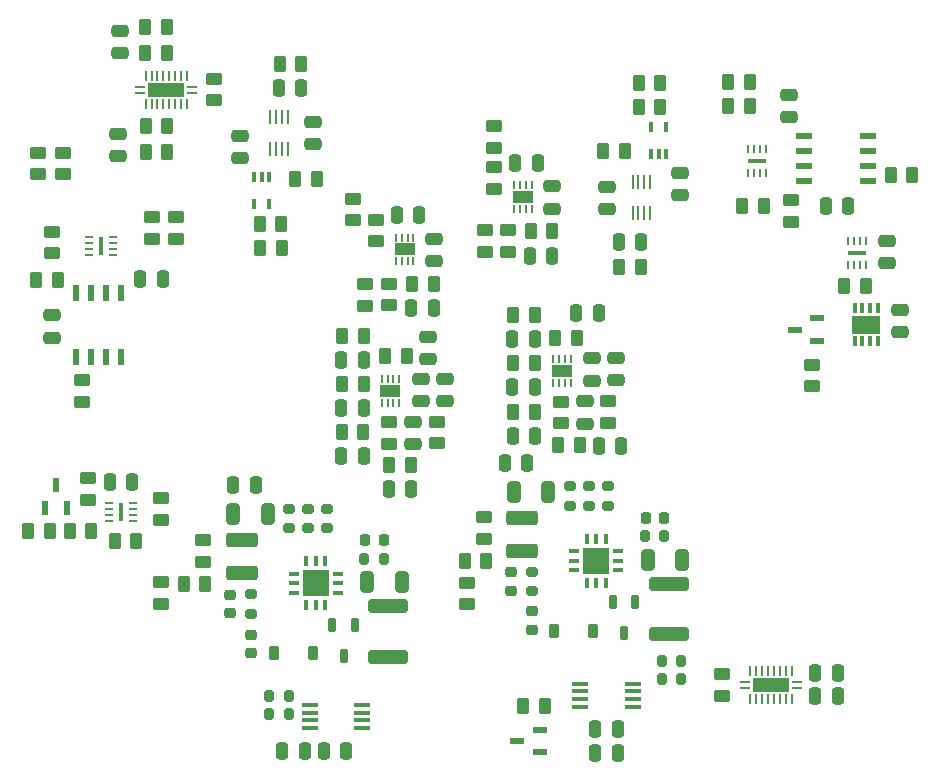
<source format=gbr>
%TF.GenerationSoftware,KiCad,Pcbnew,7.0.11*%
%TF.CreationDate,2024-12-11T15:28:39-03:00*%
%TF.ProjectId,Placa_DetectorParticulas,506c6163-615f-4446-9574-6563746f7250,rev?*%
%TF.SameCoordinates,Original*%
%TF.FileFunction,Paste,Bot*%
%TF.FilePolarity,Positive*%
%FSLAX46Y46*%
G04 Gerber Fmt 4.6, Leading zero omitted, Abs format (unit mm)*
G04 Created by KiCad (PCBNEW 7.0.11) date 2024-12-11 15:28:39*
%MOMM*%
%LPD*%
G01*
G04 APERTURE LIST*
G04 Aperture macros list*
%AMRoundRect*
0 Rectangle with rounded corners*
0 $1 Rounding radius*
0 $2 $3 $4 $5 $6 $7 $8 $9 X,Y pos of 4 corners*
0 Add a 4 corners polygon primitive as box body*
4,1,4,$2,$3,$4,$5,$6,$7,$8,$9,$2,$3,0*
0 Add four circle primitives for the rounded corners*
1,1,$1+$1,$2,$3*
1,1,$1+$1,$4,$5*
1,1,$1+$1,$6,$7*
1,1,$1+$1,$8,$9*
0 Add four rect primitives between the rounded corners*
20,1,$1+$1,$2,$3,$4,$5,0*
20,1,$1+$1,$4,$5,$6,$7,0*
20,1,$1+$1,$6,$7,$8,$9,0*
20,1,$1+$1,$8,$9,$2,$3,0*%
G04 Aperture macros list end*
%ADD10RoundRect,0.162500X-0.162500X0.447500X-0.162500X-0.447500X0.162500X-0.447500X0.162500X0.447500X0*%
%ADD11RoundRect,0.250000X-0.262500X-0.450000X0.262500X-0.450000X0.262500X0.450000X-0.262500X0.450000X0*%
%ADD12RoundRect,0.200000X-0.275000X0.200000X-0.275000X-0.200000X0.275000X-0.200000X0.275000X0.200000X0*%
%ADD13RoundRect,0.250000X0.450000X-0.262500X0.450000X0.262500X-0.450000X0.262500X-0.450000X-0.262500X0*%
%ADD14R,1.327899X0.431000*%
%ADD15RoundRect,0.250000X-0.325000X-0.650000X0.325000X-0.650000X0.325000X0.650000X-0.325000X0.650000X0*%
%ADD16RoundRect,0.250000X-0.475000X0.250000X-0.475000X-0.250000X0.475000X-0.250000X0.475000X0.250000X0*%
%ADD17RoundRect,0.250000X0.262500X0.450000X-0.262500X0.450000X-0.262500X-0.450000X0.262500X-0.450000X0*%
%ADD18RoundRect,0.250000X-0.450000X0.262500X-0.450000X-0.262500X0.450000X-0.262500X0.450000X0.262500X0*%
%ADD19RoundRect,0.250000X-0.250000X-0.475000X0.250000X-0.475000X0.250000X0.475000X-0.250000X0.475000X0*%
%ADD20RoundRect,0.225000X-0.225000X-0.375000X0.225000X-0.375000X0.225000X0.375000X-0.225000X0.375000X0*%
%ADD21RoundRect,0.225000X-0.225000X-0.250000X0.225000X-0.250000X0.225000X0.250000X-0.225000X0.250000X0*%
%ADD22RoundRect,0.250000X0.250000X0.475000X-0.250000X0.475000X-0.250000X-0.475000X0.250000X-0.475000X0*%
%ADD23R,1.311200X0.560800*%
%ADD24RoundRect,0.250000X1.075000X-0.375000X1.075000X0.375000X-1.075000X0.375000X-1.075000X-0.375000X0*%
%ADD25R,0.807999X0.254800*%
%ADD26R,0.254800X0.807999*%
%ADD27R,3.149600X1.143000*%
%ADD28R,0.960399X0.305600*%
%ADD29R,0.305600X0.960399*%
%ADD30R,2.260600X2.260600*%
%ADD31R,0.254000X0.711200*%
%ADD32R,1.701800X0.990600*%
%ADD33R,0.304800X0.863600*%
%ADD34R,2.413000X1.600200*%
%ADD35RoundRect,0.225000X-0.250000X0.225000X-0.250000X-0.225000X0.250000X-0.225000X0.250000X0.225000X0*%
%ADD36R,0.304800X0.845299*%
%ADD37RoundRect,0.200000X0.275000X-0.200000X0.275000X0.200000X-0.275000X0.200000X-0.275000X-0.200000X0*%
%ADD38R,0.736600X0.254000*%
%ADD39R,0.457200X1.600200*%
%ADD40RoundRect,0.200000X-0.200000X-0.275000X0.200000X-0.275000X0.200000X0.275000X-0.200000X0.275000X0*%
%ADD41R,0.254000X0.660400*%
%ADD42R,0.279400X1.207999*%
%ADD43R,0.254000X0.736600*%
%ADD44R,1.600200X0.457200*%
%ADD45RoundRect,0.250000X0.325000X0.650000X-0.325000X0.650000X-0.325000X-0.650000X0.325000X-0.650000X0*%
%ADD46R,1.299999X0.570000*%
%ADD47RoundRect,0.250000X0.475000X-0.250000X0.475000X0.250000X-0.475000X0.250000X-0.475000X-0.250000X0*%
%ADD48RoundRect,0.250000X-1.450000X0.312500X-1.450000X-0.312500X1.450000X-0.312500X1.450000X0.312500X0*%
%ADD49R,0.558000X1.454899*%
%ADD50R,1.454899X0.558000*%
%ADD51RoundRect,0.200000X0.200000X0.275000X-0.200000X0.275000X-0.200000X-0.275000X0.200000X-0.275000X0*%
%ADD52R,0.570000X1.299999*%
G04 APERTURE END LIST*
%TO.C,U19*%
G36*
X115605300Y-131821500D02*
G01*
X114230500Y-131821500D01*
X114230500Y-130878500D01*
X115605300Y-130878500D01*
X115605300Y-131821500D01*
G37*
G36*
X117180100Y-131821500D02*
G01*
X115805300Y-131821500D01*
X115805300Y-130878500D01*
X117180100Y-130878500D01*
X117180100Y-131821500D01*
G37*
%TO.C,U18*%
G36*
X65999800Y-81471500D02*
G01*
X64625000Y-81471500D01*
X64625000Y-80528500D01*
X65999800Y-80528500D01*
X65999800Y-81471500D01*
G37*
G36*
X64425000Y-81471500D02*
G01*
X63050200Y-81471500D01*
X63050200Y-80528500D01*
X64425000Y-80528500D01*
X64425000Y-81471500D01*
G37*
%TD*%
D10*
%TO.C,Q2*%
X102325000Y-124355000D03*
X104225000Y-124355000D03*
X103275000Y-126975000D03*
%TD*%
D11*
%TO.C,R32*%
X121937498Y-97568000D03*
X123762498Y-97568000D03*
%TD*%
D12*
%TO.C,R43*%
X76525000Y-116425000D03*
X76525000Y-118075000D03*
%TD*%
D13*
%TO.C,R28*%
X93450000Y-94662500D03*
X93450000Y-92837500D03*
%TD*%
D14*
%TO.C,U26*%
X76650000Y-135000000D03*
X76650000Y-134350002D03*
X76650000Y-133700000D03*
X76650000Y-133050002D03*
X81076696Y-133050002D03*
X81076696Y-133700000D03*
X81076696Y-134350002D03*
X81076696Y-135000000D03*
%TD*%
D15*
%TO.C,C37*%
X93925000Y-114975000D03*
X96875000Y-114975000D03*
%TD*%
D16*
%TO.C,C19*%
X87150001Y-93571700D03*
X87150001Y-95471700D03*
%TD*%
D17*
%TO.C,R77*%
X96562500Y-133100000D03*
X94737500Y-133100000D03*
%TD*%
D18*
%TO.C,R57*%
X63314674Y-91759400D03*
X63314674Y-93584400D03*
%TD*%
D13*
%TO.C,R66*%
X92300000Y-85862500D03*
X92300000Y-84037500D03*
%TD*%
D19*
%TO.C,C55*%
X100850000Y-137100000D03*
X102750000Y-137100000D03*
%TD*%
D20*
%TO.C,D2*%
X97375000Y-126775000D03*
X100675000Y-126775000D03*
%TD*%
D13*
%TO.C,R61*%
X117375000Y-92112500D03*
X117375000Y-90287500D03*
%TD*%
D21*
%TO.C,C33*%
X105125000Y-117175000D03*
X106675000Y-117175000D03*
%TD*%
D22*
%TO.C,C7*%
X81250252Y-107868876D03*
X79350252Y-107868876D03*
%TD*%
D13*
%TO.C,R67*%
X80300000Y-92025000D03*
X80300000Y-90200000D03*
%TD*%
D16*
%TO.C,C52*%
X102600000Y-103650000D03*
X102600000Y-105550000D03*
%TD*%
D23*
%TO.C,U27*%
X96150000Y-135135002D03*
X96150000Y-137050000D03*
X94245000Y-136092501D03*
%TD*%
D11*
%TO.C,R16*%
X56325000Y-118350000D03*
X58150000Y-118350000D03*
%TD*%
%TO.C,R64*%
X79405252Y-101788876D03*
X81230252Y-101788876D03*
%TD*%
D16*
%TO.C,C22*%
X97171700Y-89121700D03*
X97171700Y-91021700D03*
%TD*%
D13*
%TO.C,R73*%
X55750000Y-88125000D03*
X55750000Y-86300000D03*
%TD*%
D19*
%TO.C,C39*%
X62314674Y-96959400D03*
X64214674Y-96959400D03*
%TD*%
D16*
%TO.C,C51*%
X88100252Y-105418876D03*
X88100252Y-107318876D03*
%TD*%
D18*
%TO.C,R52*%
X91450000Y-117150000D03*
X91450000Y-118975000D03*
%TD*%
D24*
%TO.C,L4*%
X94675000Y-119975000D03*
X94675000Y-117175000D03*
%TD*%
D11*
%TO.C,R23*%
X65987500Y-122800000D03*
X67812500Y-122800000D03*
%TD*%
D25*
%TO.C,U19*%
X117900000Y-131600000D03*
D26*
X117455299Y-132541400D03*
X116955300Y-132541400D03*
X116455301Y-132541400D03*
X115955300Y-132541400D03*
X115455300Y-132541400D03*
X114955299Y-132541400D03*
X114455300Y-132541400D03*
X113955301Y-132541400D03*
D25*
X113510600Y-131600000D03*
X113510600Y-131100000D03*
D26*
X113955301Y-130158600D03*
X114455300Y-130158600D03*
X114955299Y-130158600D03*
X115455300Y-130158600D03*
X115955300Y-130158600D03*
X116455301Y-130158600D03*
X116955300Y-130158600D03*
X117455299Y-130158600D03*
D25*
X117900000Y-131100000D03*
D27*
X115705300Y-131350000D03*
%TD*%
D16*
%TO.C,C46*%
X86700252Y-101868876D03*
X86700252Y-103768876D03*
%TD*%
D28*
%TO.C,U1*%
X75296000Y-123525000D03*
X75296000Y-122724999D03*
X75296000Y-121924998D03*
D29*
X76360499Y-120860499D03*
X77160500Y-120860499D03*
X77960501Y-120860499D03*
D28*
X79025000Y-121924998D03*
X79025000Y-122724999D03*
X79025000Y-123525000D03*
D29*
X77960501Y-124589499D03*
X77160500Y-124589499D03*
X76360499Y-124589499D03*
D30*
X77160500Y-122724999D03*
%TD*%
D16*
%TO.C,C27*%
X76950000Y-83646200D03*
X76950000Y-85546200D03*
%TD*%
%TO.C,C24*%
X126649998Y-99568000D03*
X126649998Y-101468000D03*
%TD*%
D31*
%TO.C,U2*%
X84250252Y-107475476D03*
X83750126Y-107475476D03*
X83250000Y-107475476D03*
X82749874Y-107475476D03*
X82749874Y-105468876D03*
X83250000Y-105468876D03*
X83750126Y-105468876D03*
X84250252Y-105468876D03*
D32*
X83500063Y-106472176D03*
%TD*%
D16*
%TO.C,C25*%
X125549998Y-93768000D03*
X125549998Y-95668000D03*
%TD*%
D11*
%TO.C,R40*%
X102850000Y-95978800D03*
X104675000Y-95978800D03*
%TD*%
D33*
%TO.C,U8*%
X124749998Y-102211200D03*
X124100000Y-102211200D03*
X123449998Y-102211200D03*
X122800000Y-102211200D03*
X122800000Y-99468000D03*
X123449998Y-99468000D03*
X124100000Y-99468000D03*
X124749998Y-99468000D03*
D34*
X123774999Y-100839600D03*
%TD*%
D35*
%TO.C,C36*%
X93675000Y-121825000D03*
X93675000Y-123375000D03*
%TD*%
D36*
%TO.C,U10*%
X71950000Y-88346200D03*
X72599999Y-88346200D03*
X73249998Y-88346200D03*
X73249998Y-90588502D03*
X71950000Y-90588502D03*
%TD*%
D17*
%TO.C,R31*%
X64600001Y-86208600D03*
X62775001Y-86208600D03*
%TD*%
D25*
%TO.C,U18*%
X62330300Y-80750000D03*
D26*
X62775001Y-79808600D03*
X63275000Y-79808600D03*
X63774999Y-79808600D03*
X64275000Y-79808600D03*
X64775000Y-79808600D03*
X65275001Y-79808600D03*
X65775000Y-79808600D03*
X66274999Y-79808600D03*
D25*
X66719700Y-80750000D03*
X66719700Y-81250000D03*
D26*
X66274999Y-82191400D03*
X65775000Y-82191400D03*
X65275001Y-82191400D03*
X64775000Y-82191400D03*
X64275000Y-82191400D03*
X63774999Y-82191400D03*
X63275000Y-82191400D03*
X62775001Y-82191400D03*
D25*
X62330300Y-81250000D03*
D27*
X64525000Y-81000000D03*
%TD*%
D13*
%TO.C,R29*%
X92271700Y-89321700D03*
X92271700Y-87496700D03*
%TD*%
D16*
%TO.C,C43*%
X60425000Y-84700000D03*
X60425000Y-86600000D03*
%TD*%
D37*
%TO.C,R3*%
X71725000Y-125325000D03*
X71725000Y-123675000D03*
%TD*%
D19*
%TO.C,C44*%
X119450000Y-132300000D03*
X121350000Y-132300000D03*
%TD*%
D38*
%TO.C,U23*%
X61682000Y-115950000D03*
X61682000Y-116450001D03*
X61682000Y-116950001D03*
X61682000Y-117450002D03*
X59650000Y-117450002D03*
X59650000Y-116950001D03*
X59650000Y-116450001D03*
X59650000Y-115950000D03*
D39*
X60666000Y-116700001D03*
%TD*%
D22*
%TO.C,C28*%
X75950000Y-80846200D03*
X74050000Y-80846200D03*
%TD*%
D40*
%TO.C,R74*%
X73250000Y-132300000D03*
X74900000Y-132300000D03*
%TD*%
D19*
%TO.C,C40*%
X120375000Y-90800000D03*
X122275000Y-90800000D03*
%TD*%
D28*
%TO.C,U20*%
X99046000Y-121625000D03*
X99046000Y-120824999D03*
X99046000Y-120024998D03*
D29*
X100110499Y-118960499D03*
X100910500Y-118960499D03*
X101710501Y-118960499D03*
D28*
X102775000Y-120024998D03*
X102775000Y-120824999D03*
X102775000Y-121625000D03*
D29*
X101710501Y-122689499D03*
X100910500Y-122689499D03*
X100110499Y-122689499D03*
D30*
X100910500Y-120824999D03*
%TD*%
D19*
%TO.C,C50*%
X59750000Y-114200000D03*
X61650000Y-114200000D03*
%TD*%
D17*
%TO.C,R27*%
X97196700Y-92921700D03*
X95371700Y-92921700D03*
%TD*%
D13*
%TO.C,R25*%
X83400000Y-99212500D03*
X83400000Y-97387500D03*
%TD*%
D19*
%TO.C,C53*%
X77850000Y-136950000D03*
X79750000Y-136950000D03*
%TD*%
D14*
%TO.C,U28*%
X99573304Y-133200000D03*
X99573304Y-132550002D03*
X99573304Y-131900000D03*
X99573304Y-131250002D03*
X104000000Y-131250002D03*
X104000000Y-131900000D03*
X104000000Y-132550002D03*
X104000000Y-133200000D03*
%TD*%
D13*
%TO.C,R26*%
X82250001Y-93771700D03*
X82250001Y-91946700D03*
%TD*%
D41*
%TO.C,U7*%
X95471700Y-91028300D03*
X94971699Y-91028300D03*
X94471699Y-91028300D03*
X93971698Y-91028300D03*
X93971698Y-89021700D03*
X94471699Y-89021700D03*
X94971699Y-89021700D03*
X95471700Y-89021700D03*
D32*
X94721699Y-90025000D03*
%TD*%
D18*
%TO.C,R18*%
X64050000Y-115525000D03*
X64050000Y-117350000D03*
%TD*%
D17*
%TO.C,R19*%
X61975000Y-119200000D03*
X60150000Y-119200000D03*
%TD*%
D40*
%TO.C,R1*%
X81300000Y-120675000D03*
X82950000Y-120675000D03*
%TD*%
D13*
%TO.C,R58*%
X65314674Y-93584400D03*
X65314674Y-91759400D03*
%TD*%
D16*
%TO.C,C38*%
X54814674Y-100059400D03*
X54814674Y-101959400D03*
%TD*%
D17*
%TO.C,R30*%
X64600001Y-84008600D03*
X62775001Y-84008600D03*
%TD*%
D19*
%TO.C,C49*%
X70200000Y-114400000D03*
X72100000Y-114400000D03*
%TD*%
D22*
%TO.C,C20*%
X85950001Y-91571700D03*
X84050001Y-91571700D03*
%TD*%
D11*
%TO.C,R53*%
X89787500Y-120850000D03*
X91612500Y-120850000D03*
%TD*%
D13*
%TO.C,R50*%
X68575001Y-81833600D03*
X68575001Y-80008600D03*
%TD*%
D37*
%TO.C,R46*%
X95475000Y-123425000D03*
X95475000Y-121775000D03*
%TD*%
D13*
%TO.C,R68*%
X111550000Y-132250000D03*
X111550000Y-130425000D03*
%TD*%
D19*
%TO.C,C21*%
X95271700Y-95021700D03*
X97171700Y-95021700D03*
%TD*%
D18*
%TO.C,R54*%
X57414674Y-105534400D03*
X57414674Y-107359400D03*
%TD*%
D38*
%TO.C,U3*%
X57934001Y-94966001D03*
X57934001Y-94466000D03*
X57934001Y-93966000D03*
X57934001Y-93465999D03*
X59966001Y-93465999D03*
X59966001Y-93966000D03*
X59966001Y-94466000D03*
X59966001Y-94966001D03*
D39*
X58950001Y-94216000D03*
%TD*%
D17*
%TO.C,R24*%
X87175001Y-97371700D03*
X85350001Y-97371700D03*
%TD*%
%TO.C,R2*%
X81212752Y-109918876D03*
X79387752Y-109918876D03*
%TD*%
D35*
%TO.C,C4*%
X69925000Y-123725000D03*
X69925000Y-125275000D03*
%TD*%
D11*
%TO.C,R7*%
X83387752Y-112768876D03*
X85212752Y-112768876D03*
%TD*%
D36*
%TO.C,U12*%
X106850000Y-86378800D03*
X106200001Y-86378800D03*
X105550002Y-86378800D03*
X105550002Y-84136498D03*
X106850000Y-84136498D03*
%TD*%
D37*
%TO.C,R48*%
X98675000Y-116175000D03*
X98675000Y-114525000D03*
%TD*%
D42*
%TO.C,U13*%
X103999999Y-88732600D03*
X104500000Y-88732600D03*
X105000000Y-88732600D03*
X105500001Y-88732600D03*
X105500001Y-91425000D03*
X105000000Y-91425000D03*
X104500000Y-91425000D03*
X103999999Y-91425000D03*
%TD*%
D11*
%TO.C,R59*%
X125850000Y-88200000D03*
X127675000Y-88200000D03*
%TD*%
D40*
%TO.C,R44*%
X105050000Y-118775000D03*
X106700000Y-118775000D03*
%TD*%
D19*
%TO.C,C56*%
X100850000Y-135100000D03*
X102750000Y-135100000D03*
%TD*%
D11*
%TO.C,R34*%
X72437500Y-92346200D03*
X74262500Y-92346200D03*
%TD*%
D19*
%TO.C,C12*%
X93825126Y-102093400D03*
X95725126Y-102093400D03*
%TD*%
%TO.C,C18*%
X85250001Y-99471700D03*
X87150001Y-99471700D03*
%TD*%
D18*
%TO.C,R22*%
X67650000Y-119100000D03*
X67650000Y-120925000D03*
%TD*%
D43*
%TO.C,U9*%
X123750000Y-95800000D03*
X123249999Y-95800000D03*
X122749999Y-95800000D03*
X122249998Y-95800000D03*
X122249998Y-93768000D03*
X122749999Y-93768000D03*
X123249999Y-93768000D03*
X123750000Y-93768000D03*
D44*
X122999999Y-94784000D03*
%TD*%
D45*
%TO.C,C34*%
X108225000Y-120775000D03*
X105275000Y-120775000D03*
%TD*%
D22*
%TO.C,C14*%
X103050000Y-111100000D03*
X101150000Y-111100000D03*
%TD*%
D17*
%TO.C,R63*%
X113900000Y-80300000D03*
X112075000Y-80300000D03*
%TD*%
D11*
%TO.C,R65*%
X93880126Y-100063400D03*
X95705126Y-100063400D03*
%TD*%
D20*
%TO.C,D1*%
X73625000Y-128675000D03*
X76925000Y-128675000D03*
%TD*%
D19*
%TO.C,C11*%
X83350252Y-114768876D03*
X85250252Y-114768876D03*
%TD*%
D13*
%TO.C,R72*%
X53700000Y-88125000D03*
X53700000Y-86300000D03*
%TD*%
D19*
%TO.C,C45*%
X119450000Y-130308601D03*
X121350000Y-130308601D03*
%TD*%
D22*
%TO.C,C54*%
X76250000Y-136950000D03*
X74350000Y-136950000D03*
%TD*%
D11*
%TO.C,R56*%
X53502174Y-97059400D03*
X55327174Y-97059400D03*
%TD*%
D35*
%TO.C,C3*%
X71725000Y-127125000D03*
X71725000Y-128675000D03*
%TD*%
D19*
%TO.C,C16*%
X93850000Y-110250000D03*
X95750000Y-110250000D03*
%TD*%
D11*
%TO.C,R13*%
X97437500Y-101950000D03*
X99262500Y-101950000D03*
%TD*%
D16*
%TO.C,C42*%
X60625000Y-75950000D03*
X60625000Y-77850000D03*
%TD*%
%TO.C,C9*%
X86050252Y-105418876D03*
X86050252Y-107318876D03*
%TD*%
D22*
%TO.C,C47*%
X101150000Y-99900000D03*
X99250000Y-99900000D03*
%TD*%
D18*
%TO.C,R14*%
X57850000Y-113825000D03*
X57850000Y-115650000D03*
%TD*%
D46*
%TO.C,U21*%
X119615998Y-100319002D03*
X119615998Y-102234000D03*
X117710998Y-101276501D03*
%TD*%
D45*
%TO.C,C2*%
X84475000Y-122675000D03*
X81525000Y-122675000D03*
%TD*%
D13*
%TO.C,R55*%
X54814674Y-94784400D03*
X54814674Y-92959400D03*
%TD*%
D12*
%TO.C,R49*%
X101900000Y-114525000D03*
X101900000Y-116175000D03*
%TD*%
D17*
%TO.C,R6*%
X81230252Y-105848876D03*
X79405252Y-105848876D03*
%TD*%
D18*
%TO.C,R10*%
X87450252Y-109068876D03*
X87450252Y-110893876D03*
%TD*%
D17*
%TO.C,R47*%
X64575001Y-77808600D03*
X62750001Y-77808600D03*
%TD*%
%TO.C,R15*%
X95705126Y-104123400D03*
X93880126Y-104123400D03*
%TD*%
D47*
%TO.C,C26*%
X70750000Y-86746200D03*
X70750000Y-84846200D03*
%TD*%
D17*
%TO.C,R38*%
X106362500Y-82378800D03*
X104537500Y-82378800D03*
%TD*%
D11*
%TO.C,R33*%
X72450000Y-94346200D03*
X74275000Y-94346200D03*
%TD*%
D41*
%TO.C,U6*%
X85450001Y-95478300D03*
X84950000Y-95478300D03*
X84450000Y-95478300D03*
X83949999Y-95478300D03*
X83949999Y-93471700D03*
X84450000Y-93471700D03*
X84950000Y-93471700D03*
X85450001Y-93471700D03*
D32*
X84700000Y-94475000D03*
%TD*%
D13*
%TO.C,R69*%
X89950000Y-124512500D03*
X89950000Y-122687500D03*
%TD*%
D37*
%TO.C,R5*%
X74925000Y-118075000D03*
X74925000Y-116425000D03*
%TD*%
D31*
%TO.C,U4*%
X98750000Y-105756600D03*
X98249874Y-105756600D03*
X97749748Y-105756600D03*
X97249622Y-105756600D03*
X97249622Y-103750000D03*
X97749748Y-103750000D03*
X98249874Y-103750000D03*
X98750000Y-103750000D03*
D32*
X97999811Y-104753300D03*
%TD*%
D18*
%TO.C,R12*%
X101950000Y-107350000D03*
X101950000Y-109175000D03*
%TD*%
D17*
%TO.C,R37*%
X106350000Y-80378800D03*
X104525000Y-80378800D03*
%TD*%
D16*
%TO.C,C29*%
X108050000Y-87978800D03*
X108050000Y-89878800D03*
%TD*%
D15*
%TO.C,C5*%
X70175000Y-116875000D03*
X73125000Y-116875000D03*
%TD*%
D47*
%TO.C,C8*%
X85450252Y-110968876D03*
X85450252Y-109068876D03*
%TD*%
D48*
%TO.C,L3*%
X107075000Y-122775000D03*
X107075000Y-127050000D03*
%TD*%
D40*
%TO.C,R75*%
X106475000Y-129350000D03*
X108125000Y-129350000D03*
%TD*%
D47*
%TO.C,C30*%
X101850000Y-91078800D03*
X101850000Y-89178800D03*
%TD*%
D17*
%TO.C,R36*%
X75950000Y-78746200D03*
X74125000Y-78746200D03*
%TD*%
D49*
%TO.C,U22*%
X60714674Y-103602096D03*
X59444674Y-103602096D03*
X58174674Y-103602096D03*
X56904674Y-103602096D03*
X56904674Y-98159400D03*
X58174674Y-98159400D03*
X59444674Y-98159400D03*
X60714674Y-98159400D03*
%TD*%
D22*
%TO.C,C23*%
X95971700Y-87121700D03*
X94071700Y-87121700D03*
%TD*%
D11*
%TO.C,R9*%
X97725000Y-111050000D03*
X99550000Y-111050000D03*
%TD*%
D13*
%TO.C,R71*%
X91500000Y-94662500D03*
X91500000Y-92837500D03*
%TD*%
D17*
%TO.C,R11*%
X95712500Y-108200000D03*
X93887500Y-108200000D03*
%TD*%
D12*
%TO.C,R51*%
X100275000Y-114525000D03*
X100275000Y-116175000D03*
%TD*%
D18*
%TO.C,R21*%
X97950000Y-107387500D03*
X97950000Y-109212500D03*
%TD*%
D47*
%TO.C,C41*%
X117275000Y-83300000D03*
X117275000Y-81400000D03*
%TD*%
D19*
%TO.C,C10*%
X79350252Y-111968876D03*
X81250252Y-111968876D03*
%TD*%
%TO.C,C6*%
X79350252Y-103818876D03*
X81250252Y-103818876D03*
%TD*%
D35*
%TO.C,C35*%
X95475000Y-125125000D03*
X95475000Y-126675000D03*
%TD*%
D19*
%TO.C,C31*%
X102850000Y-93878800D03*
X104750000Y-93878800D03*
%TD*%
D48*
%TO.C,L1*%
X83325000Y-124675000D03*
X83325000Y-128950000D03*
%TD*%
D22*
%TO.C,C13*%
X95725126Y-106143400D03*
X93825126Y-106143400D03*
%TD*%
D16*
%TO.C,C15*%
X100525126Y-103693400D03*
X100525126Y-105593400D03*
%TD*%
D11*
%TO.C,R62*%
X112075000Y-82300000D03*
X113900000Y-82300000D03*
%TD*%
D50*
%TO.C,U24*%
X123917696Y-84900000D03*
X123917696Y-86170000D03*
X123917696Y-87440000D03*
X123917696Y-88710000D03*
X118475000Y-88710000D03*
X118475000Y-87440000D03*
X118475000Y-86170000D03*
X118475000Y-84900000D03*
%TD*%
D21*
%TO.C,C1*%
X81375000Y-119075000D03*
X82925000Y-119075000D03*
%TD*%
D17*
%TO.C,R60*%
X115100000Y-90800000D03*
X113275000Y-90800000D03*
%TD*%
D51*
%TO.C,R78*%
X108125000Y-130850000D03*
X106475000Y-130850000D03*
%TD*%
D47*
%TO.C,C17*%
X99950000Y-109250000D03*
X99950000Y-107350000D03*
%TD*%
D17*
%TO.C,R17*%
X54675000Y-118350000D03*
X52850000Y-118350000D03*
%TD*%
D11*
%TO.C,R39*%
X101525000Y-86178800D03*
X103350000Y-86178800D03*
%TD*%
D10*
%TO.C,Q1*%
X78575000Y-126255000D03*
X80475000Y-126255000D03*
X79525000Y-128875000D03*
%TD*%
D17*
%TO.C,R42*%
X64575001Y-75608600D03*
X62750001Y-75608600D03*
%TD*%
D13*
%TO.C,R70*%
X81350000Y-99225000D03*
X81350000Y-97400000D03*
%TD*%
D18*
%TO.C,R20*%
X83350252Y-109093876D03*
X83350252Y-110918876D03*
%TD*%
D51*
%TO.C,R76*%
X74900000Y-133800000D03*
X73250000Y-133800000D03*
%TD*%
D12*
%TO.C,R41*%
X78100000Y-116425000D03*
X78100000Y-118075000D03*
%TD*%
D11*
%TO.C,R8*%
X83037752Y-103518876D03*
X84862752Y-103518876D03*
%TD*%
D43*
%TO.C,U5*%
X115275002Y-88022000D03*
X114775001Y-88022000D03*
X114275001Y-88022000D03*
X113775000Y-88022000D03*
X113775000Y-85990000D03*
X114275001Y-85990000D03*
X114775001Y-85990000D03*
X115275002Y-85990000D03*
D44*
X114525001Y-87006000D03*
%TD*%
D24*
%TO.C,L2*%
X70925000Y-121875000D03*
X70925000Y-119075000D03*
%TD*%
D18*
%TO.C,R4*%
X119215998Y-104234000D03*
X119215998Y-106059000D03*
%TD*%
D42*
%TO.C,U11*%
X74800001Y-85992400D03*
X74300000Y-85992400D03*
X73800000Y-85992400D03*
X73299999Y-85992400D03*
X73299999Y-83300000D03*
X73800000Y-83300000D03*
X74300000Y-83300000D03*
X74800001Y-83300000D03*
%TD*%
D19*
%TO.C,C48*%
X93200000Y-112550000D03*
X95100000Y-112550000D03*
%TD*%
D13*
%TO.C,R45*%
X64100000Y-124462500D03*
X64100000Y-122637500D03*
%TD*%
D52*
%TO.C,U25*%
X56150000Y-116350000D03*
X54235002Y-116350000D03*
X55192501Y-114445000D03*
%TD*%
D17*
%TO.C,R35*%
X77275000Y-88546200D03*
X75450000Y-88546200D03*
%TD*%
M02*

</source>
